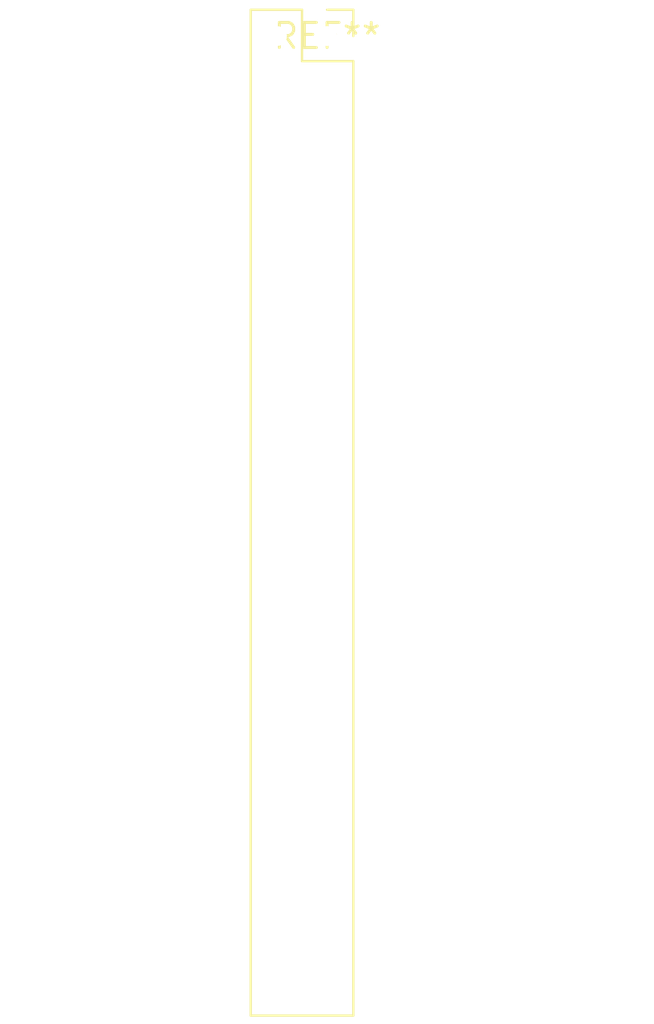
<source format=kicad_pcb>
(kicad_pcb (version 20240108) (generator pcbnew)
  (layers (0 "F.Cu" signal) (31 "B.Cu" signal) (34 "B.Paste" user) (35 "F.Paste" user) (36 "B.SilkS" user "B.Silkscreen") (37 "F.SilkS" user "F.Silkscreen") (38 "B.Mask" user) (39 "F.Mask" user) (44 "Edge.Cuts" user))
  (net 0 "")
  (footprint "PinSocket_2x20_P2.54mm_Vertical" (layer "F.Cu") (at 0 0)
    (property "Reference" "REF**")
    (property "Value" "PinSocket_2x20_P2.54mm_Vertical")
    (fp_line (start -3.87 -1.33) (end -3.87 49.59) (layer "F.SilkS") (stroke (width 0.12)))
    (fp_line (start -3.87 -1.33) (end -1.27 -1.33) (layer "F.SilkS") (stroke (width 0.12)))
    (fp_line (start -3.87 49.59) (end 1.33 49.59) (layer "F.SilkS") (stroke (width 0.12)))
    (fp_line (start -1.27 -1.33) (end -1.27 1.27) (layer "F.SilkS") (stroke (width 0.12)))
    (fp_line (start -1.27 1.27) (end 1.33 1.27) (layer "F.SilkS") (stroke (width 0.12)))
    (fp_line (start 0 -1.33) (end 1.33 -1.33) (layer "F.SilkS") (stroke (width 0.12)))
    (fp_line (start 1.33 -1.33) (end 1.33 0) (layer "F.SilkS") (stroke (width 0.12)))
    (fp_line (start 1.33 1.27) (end 1.33 49.59) (layer "F.SilkS") (stroke (width 0.12)))
    (pad "1" thru_hole rect (at 0 0) (size 1.7 1.7) (drill 1) (layers *.Cu *.Mask) (remove_unused_layers))
    (pad "2" thru_hole oval (at -2.54 0) (size 1.7 1.7) (drill 1) (layers *.Cu *.Mask) (remove_unused_layers))
    (pad "3" thru_hole oval (at 0 2.54) (size 1.7 1.7) (drill 1) (layers *.Cu *.Mask) (remove_unused_layers))
    (pad "4" thru_hole oval (at -2.54 2.54) (size 1.7 1.7) (drill 1) (layers *.Cu *.Mask) (remove_unused_layers))
    (pad "5" thru_hole oval (at 0 5.08) (size 1.7 1.7) (drill 1) (layers *.Cu *.Mask) (remove_unused_layers))
    (pad "6" thru_hole oval (at -2.54 5.08) (size 1.7 1.7) (drill 1) (layers *.Cu *.Mask) (remove_unused_layers))
    (pad "7" thru_hole oval (at 0 7.62) (size 1.7 1.7) (drill 1) (layers *.Cu *.Mask) (remove_unused_layers))
    (pad "8" thru_hole oval (at -2.54 7.62) (size 1.7 1.7) (drill 1) (layers *.Cu *.Mask) (remove_unused_layers))
    (pad "9" thru_hole oval (at 0 10.16) (size 1.7 1.7) (drill 1) (layers *.Cu *.Mask) (remove_unused_layers))
    (pad "10" thru_hole oval (at -2.54 10.16) (size 1.7 1.7) (drill 1) (layers *.Cu *.Mask) (remove_unused_layers))
    (pad "11" thru_hole oval (at 0 12.7) (size 1.7 1.7) (drill 1) (layers *.Cu *.Mask) (remove_unused_layers))
    (pad "12" thru_hole oval (at -2.54 12.7) (size 1.7 1.7) (drill 1) (layers *.Cu *.Mask) (remove_unused_layers))
    (pad "13" thru_hole oval (at 0 15.24) (size 1.7 1.7) (drill 1) (layers *.Cu *.Mask) (remove_unused_layers))
    (pad "14" thru_hole oval (at -2.54 15.24) (size 1.7 1.7) (drill 1) (layers *.Cu *.Mask) (remove_unused_layers))
    (pad "15" thru_hole oval (at 0 17.78) (size 1.7 1.7) (drill 1) (layers *.Cu *.Mask) (remove_unused_layers))
    (pad "16" thru_hole oval (at -2.54 17.78) (size 1.7 1.7) (drill 1) (layers *.Cu *.Mask) (remove_unused_layers))
    (pad "17" thru_hole oval (at 0 20.32) (size 1.7 1.7) (drill 1) (layers *.Cu *.Mask) (remove_unused_layers))
    (pad "18" thru_hole oval (at -2.54 20.32) (size 1.7 1.7) (drill 1) (layers *.Cu *.Mask) (remove_unused_layers))
    (pad "19" thru_hole oval (at 0 22.86) (size 1.7 1.7) (drill 1) (layers *.Cu *.Mask) (remove_unused_layers))
    (pad "20" thru_hole oval (at -2.54 22.86) (size 1.7 1.7) (drill 1) (layers *.Cu *.Mask) (remove_unused_layers))
    (pad "21" thru_hole oval (at 0 25.4) (size 1.7 1.7) (drill 1) (layers *.Cu *.Mask) (remove_unused_layers))
    (pad "22" thru_hole oval (at -2.54 25.4) (size 1.7 1.7) (drill 1) (layers *.Cu *.Mask) (remove_unused_layers))
    (pad "23" thru_hole oval (at 0 27.94) (size 1.7 1.7) (drill 1) (layers *.Cu *.Mask) (remove_unused_layers))
    (pad "24" thru_hole oval (at -2.54 27.94) (size 1.7 1.7) (drill 1) (layers *.Cu *.Mask) (remove_unused_layers))
    (pad "25" thru_hole oval (at 0 30.48) (size 1.7 1.7) (drill 1) (layers *.Cu *.Mask) (remove_unused_layers))
    (pad "26" thru_hole oval (at -2.54 30.48) (size 1.7 1.7) (drill 1) (layers *.Cu *.Mask) (remove_unused_layers))
    (pad "27" thru_hole oval (at 0 33.02) (size 1.7 1.7) (drill 1) (layers *.Cu *.Mask) (remove_unused_layers))
    (pad "28" thru_hole oval (at -2.54 33.02) (size 1.7 1.7) (drill 1) (layers *.Cu *.Mask) (remove_unused_layers))
    (pad "29" thru_hole oval (at 0 35.56) (size 1.7 1.7) (drill 1) (layers *.Cu *.Mask) (remove_unused_layers))
    (pad "30" thru_hole oval (at -2.54 35.56) (size 1.7 1.7) (drill 1) (layers *.Cu *.Mask) (remove_unused_layers))
    (pad "31" thru_hole oval (at 0 38.1) (size 1.7 1.7) (drill 1) (layers *.Cu *.Mask) (remove_unused_layers))
    (pad "32" thru_hole oval (at -2.54 38.1) (size 1.7 1.7) (drill 1) (layers *.Cu *.Mask) (remove_unused_layers))
    (pad "33" thru_hole oval (at 0 40.64) (size 1.7 1.7) (drill 1) (layers *.Cu *.Mask) (remove_unused_layers))
    (pad "34" thru_hole oval (at -2.54 40.64) (size 1.7 1.7) (drill 1) (layers *.Cu *.Mask) (remove_unused_layers))
    (pad "35" thru_hole oval (at 0 43.18) (size 1.7 1.7) (drill 1) (layers *.Cu *.Mask) (remove_unused_layers))
    (pad "36" thru_hole oval (at -2.54 43.18) (size 1.7 1.7) (drill 1) (layers *.Cu *.Mask) (remove_unused_layers))
    (pad "37" thru_hole oval (at 0 45.72) (size 1.7 1.7) (drill 1) (layers *.Cu *.Mask) (remove_unused_layers))
    (pad "38" thru_hole oval (at -2.54 45.72) (size 1.7 1.7) (drill 1) (layers *.Cu *.Mask) (remove_unused_layers))
    (pad "39" thru_hole oval (at 0 48.26) (size 1.7 1.7) (drill 1) (layers *.Cu *.Mask) (remove_unused_layers))
    (pad "40" thru_hole oval (at -2.54 48.26) (size 1.7 1.7) (drill 1) (layers *.Cu *.Mask) (remove_unused_layers))
  )
)
</source>
